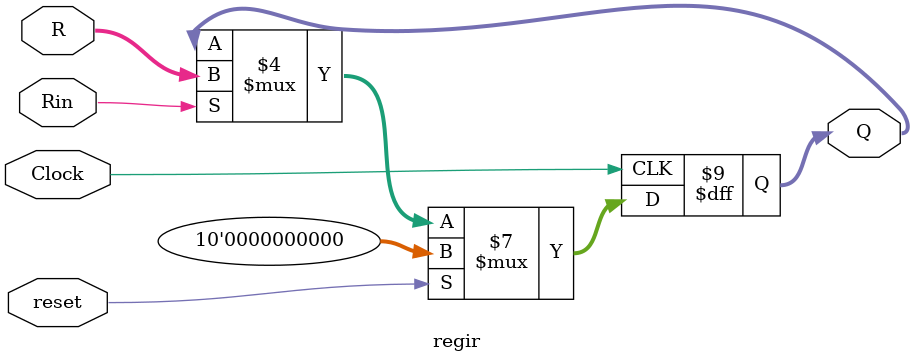
<source format=v>
/*
	CEFET-MG
	Disciplina de Laboratório de Arquitetura e Organização de Computadores II
	Data: 11/12/2021
	Alunos: Fernando Veizaga e Alanis Castro
*/

module regir(R, Rin, Clock, Q, reset);
	parameter n = 10;
	input [n-1:0] R;
	input Rin, Clock, reset;
	output [n-1:0] Q;
	reg [n-1:0] Q;
	
	initial begin
		Q <= 10'b0;
	end
	
	always @(posedge Clock)
		if(reset == 1'b1)
		begin
			Q <= 10'b0;
		end
		
		else if (Rin)
		begin
			Q <= R;
		end
endmodule
</source>
